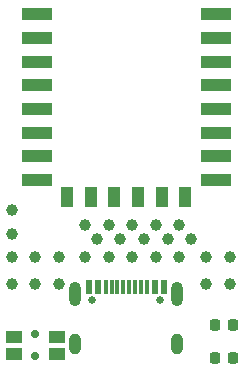
<source format=gbr>
%TF.GenerationSoftware,KiCad,Pcbnew,7.0.5*%
%TF.CreationDate,2023-08-07T21:00:43+03:00*%
%TF.ProjectId,models-heart,6d6f6465-6c73-42d6-9865-6172742e6b69,rev?*%
%TF.SameCoordinates,Original*%
%TF.FileFunction,Soldermask,Bot*%
%TF.FilePolarity,Negative*%
%FSLAX46Y46*%
G04 Gerber Fmt 4.6, Leading zero omitted, Abs format (unit mm)*
G04 Created by KiCad (PCBNEW 7.0.5) date 2023-08-07 21:00:43*
%MOMM*%
%LPD*%
G01*
G04 APERTURE LIST*
G04 Aperture macros list*
%AMRoundRect*
0 Rectangle with rounded corners*
0 $1 Rounding radius*
0 $2 $3 $4 $5 $6 $7 $8 $9 X,Y pos of 4 corners*
0 Add a 4 corners polygon primitive as box body*
4,1,4,$2,$3,$4,$5,$6,$7,$8,$9,$2,$3,0*
0 Add four circle primitives for the rounded corners*
1,1,$1+$1,$2,$3*
1,1,$1+$1,$4,$5*
1,1,$1+$1,$6,$7*
1,1,$1+$1,$8,$9*
0 Add four rect primitives between the rounded corners*
20,1,$1+$1,$2,$3,$4,$5,0*
20,1,$1+$1,$4,$5,$6,$7,0*
20,1,$1+$1,$6,$7,$8,$9,0*
20,1,$1+$1,$8,$9,$2,$3,0*%
G04 Aperture macros list end*
%ADD10C,1.000000*%
%ADD11RoundRect,0.218750X-0.218750X-0.256250X0.218750X-0.256250X0.218750X0.256250X-0.218750X0.256250X0*%
%ADD12C,0.650000*%
%ADD13R,0.600000X1.150000*%
%ADD14R,0.300000X1.150000*%
%ADD15O,1.000000X1.800000*%
%ADD16O,1.000000X2.100000*%
%ADD17R,2.500000X1.000000*%
%ADD18R,1.000000X1.800000*%
%ADD19C,0.700000*%
%ADD20R,1.400000X1.050000*%
G04 APERTURE END LIST*
D10*
%TO.C,TP26*%
X82000000Y-47750000D03*
%TD*%
%TO.C,TP3*%
X89250000Y-49250000D03*
%TD*%
%TO.C,TP5*%
X87250000Y-51500000D03*
%TD*%
%TO.C,TP23*%
X86000000Y-47750000D03*
%TD*%
D11*
%TO.C,D1*%
X88000000Y-57750000D03*
X89575000Y-57750000D03*
%TD*%
D10*
%TO.C,TP12*%
X70800000Y-51500000D03*
%TD*%
%TO.C,TP4*%
X87250000Y-49250000D03*
%TD*%
D12*
%TO.C,P1*%
X83390000Y-52895000D03*
X77610000Y-52895000D03*
D13*
X83700000Y-51820000D03*
X82900000Y-51820000D03*
D14*
X81750000Y-51820000D03*
X80750000Y-51820000D03*
X80250000Y-51820000D03*
X79250000Y-51820000D03*
D13*
X78100000Y-51820000D03*
X77300000Y-51820000D03*
X77300000Y-51820000D03*
X78100000Y-51820000D03*
D14*
X78750000Y-51820000D03*
X79750000Y-51820000D03*
X81250000Y-51820000D03*
X82250000Y-51820000D03*
D13*
X82900000Y-51820000D03*
X83700000Y-51820000D03*
D15*
X84820000Y-56575000D03*
D16*
X84820000Y-52395000D03*
D15*
X76180000Y-56575000D03*
D16*
X76180000Y-52395000D03*
%TD*%
D10*
%TO.C,TP27*%
X84000000Y-47750000D03*
%TD*%
%TO.C,TP1*%
X70800000Y-45250000D03*
%TD*%
%TO.C,TP2*%
X70800000Y-47250000D03*
%TD*%
%TO.C,TP9*%
X72800000Y-49250000D03*
%TD*%
%TO.C,TP10*%
X72800000Y-51500000D03*
%TD*%
%TO.C,TP20*%
X83000000Y-46500000D03*
%TD*%
%TO.C,TP16*%
X83000000Y-49250000D03*
%TD*%
D17*
%TO.C,U5*%
X88100000Y-28700000D03*
X88100000Y-30700000D03*
X88100000Y-32700000D03*
X88100000Y-34700000D03*
X88100000Y-36700000D03*
X88100000Y-38700000D03*
X88100000Y-40700000D03*
X88100000Y-42700000D03*
D18*
X85500000Y-44200000D03*
X83500000Y-44200000D03*
X81500000Y-44200000D03*
X79500000Y-44200000D03*
X77500000Y-44200000D03*
X75500000Y-44200000D03*
D17*
X72900000Y-42700000D03*
X72900000Y-40700000D03*
X72900000Y-38700000D03*
X72900000Y-36700000D03*
X72900000Y-34700000D03*
X72900000Y-32700000D03*
X72900000Y-30700000D03*
X72900000Y-28700000D03*
%TD*%
D10*
%TO.C,TP7*%
X74800000Y-49250000D03*
%TD*%
%TO.C,TP8*%
X74800000Y-51500000D03*
%TD*%
%TO.C,TP25*%
X80000000Y-47750000D03*
%TD*%
%TO.C,TP6*%
X89250000Y-51500000D03*
%TD*%
%TO.C,TP19*%
X85000000Y-46500000D03*
%TD*%
%TO.C,TP21*%
X81000000Y-46500000D03*
%TD*%
D11*
%TO.C,D2*%
X88000000Y-55000000D03*
X89575000Y-55000000D03*
%TD*%
D10*
%TO.C,TP24*%
X78000000Y-47750000D03*
%TD*%
%TO.C,TP14*%
X79000000Y-49250000D03*
%TD*%
D19*
%TO.C,SW1*%
X72800000Y-57600000D03*
X72800000Y-55800000D03*
D20*
X74600000Y-55980000D03*
X71000000Y-55980000D03*
X74600000Y-57420000D03*
X71000000Y-57420000D03*
%TD*%
D10*
%TO.C,TP22*%
X79000000Y-46500000D03*
%TD*%
%TO.C,TP15*%
X81000000Y-49250000D03*
%TD*%
%TO.C,TP18*%
X77000000Y-46500000D03*
%TD*%
%TO.C,TP11*%
X70800000Y-49250000D03*
%TD*%
%TO.C,TP17*%
X85000000Y-49250000D03*
%TD*%
%TO.C,TP13*%
X77000000Y-49250000D03*
%TD*%
M02*

</source>
